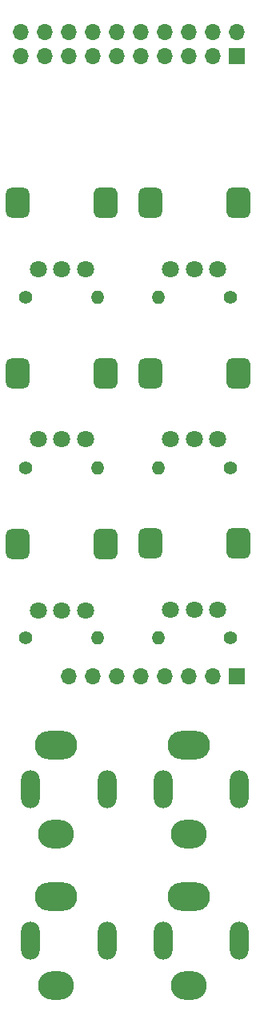
<source format=gbs>
%TF.GenerationSoftware,KiCad,Pcbnew,(6.0.1)*%
%TF.CreationDate,2022-10-19T17:02:20-04:00*%
%TF.ProjectId,ER-PROTO-CTLS-6-01,45522d50-524f-4544-9f2d-43544c532d36,1*%
%TF.SameCoordinates,Original*%
%TF.FileFunction,Soldermask,Bot*%
%TF.FilePolarity,Negative*%
%FSLAX46Y46*%
G04 Gerber Fmt 4.6, Leading zero omitted, Abs format (unit mm)*
G04 Created by KiCad (PCBNEW (6.0.1)) date 2022-10-19 17:02:20*
%MOMM*%
%LPD*%
G01*
G04 APERTURE LIST*
G04 Aperture macros list*
%AMRoundRect*
0 Rectangle with rounded corners*
0 $1 Rounding radius*
0 $2 $3 $4 $5 $6 $7 $8 $9 X,Y pos of 4 corners*
0 Add a 4 corners polygon primitive as box body*
4,1,4,$2,$3,$4,$5,$6,$7,$8,$9,$2,$3,0*
0 Add four circle primitives for the rounded corners*
1,1,$1+$1,$2,$3*
1,1,$1+$1,$4,$5*
1,1,$1+$1,$6,$7*
1,1,$1+$1,$8,$9*
0 Add four rect primitives between the rounded corners*
20,1,$1+$1,$2,$3,$4,$5,0*
20,1,$1+$1,$4,$5,$6,$7,0*
20,1,$1+$1,$6,$7,$8,$9,0*
20,1,$1+$1,$8,$9,$2,$3,0*%
G04 Aperture macros list end*
%ADD10RoundRect,0.625000X0.625000X-0.975000X0.625000X0.975000X-0.625000X0.975000X-0.625000X-0.975000X0*%
%ADD11RoundRect,0.578704X0.671296X-1.021296X0.671296X1.021296X-0.671296X1.021296X-0.671296X-1.021296X0*%
%ADD12C,1.800000*%
%ADD13C,1.400000*%
%ADD14O,1.400000X1.400000*%
%ADD15O,4.500000X3.000000*%
%ADD16O,3.800000X3.000000*%
%ADD17O,2.000000X4.000000*%
%ADD18R,1.700000X1.700000*%
%ADD19O,1.700000X1.700000*%
G04 APERTURE END LIST*
D10*
%TO.C,RV4*%
X114850000Y-47000000D03*
D11*
X124150000Y-47000000D03*
D12*
X122000000Y-54000000D03*
X119500000Y-54000000D03*
X117000000Y-54000000D03*
%TD*%
D13*
%TO.C,R4*%
X123310000Y-57000000D03*
D14*
X115690000Y-57000000D03*
%TD*%
D10*
%TO.C,RV2*%
X114850000Y-29000000D03*
D11*
X124150000Y-29000000D03*
D12*
X122000000Y-36000000D03*
X119500000Y-36000000D03*
X117000000Y-36000000D03*
%TD*%
D11*
%TO.C,RV5*%
X110150000Y-65050000D03*
D10*
X100850000Y-65050000D03*
D12*
X108000000Y-72050000D03*
X105500000Y-72050000D03*
X103000000Y-72050000D03*
%TD*%
D15*
%TO.C,J4*%
X118900000Y-102300000D03*
D16*
X118900000Y-111700000D03*
D17*
X124300000Y-107000000D03*
X116200000Y-107000000D03*
%TD*%
D11*
%TO.C,RV6*%
X124150000Y-65000000D03*
D10*
X114850000Y-65000000D03*
D12*
X122000000Y-72000000D03*
X119500000Y-72000000D03*
X117000000Y-72000000D03*
%TD*%
D13*
%TO.C,R6*%
X123310000Y-75000000D03*
D14*
X115690000Y-75000000D03*
%TD*%
D13*
%TO.C,R5*%
X101690000Y-75000000D03*
D14*
X109310000Y-75000000D03*
%TD*%
D15*
%TO.C,J1*%
X104900000Y-86300000D03*
D16*
X104900000Y-95700000D03*
D17*
X110300000Y-91000000D03*
X102200000Y-91000000D03*
%TD*%
D13*
%TO.C,R3*%
X101690000Y-57000000D03*
D14*
X109310000Y-57000000D03*
%TD*%
D15*
%TO.C,J3*%
X104900000Y-102300000D03*
D16*
X104900000Y-111700000D03*
D17*
X110300000Y-107000000D03*
X102200000Y-107000000D03*
%TD*%
D11*
%TO.C,RV1*%
X110150000Y-29000000D03*
D10*
X100850000Y-29000000D03*
D12*
X108000000Y-36000000D03*
X105500000Y-36000000D03*
X103000000Y-36000000D03*
%TD*%
D13*
%TO.C,R1*%
X101690000Y-39000000D03*
D14*
X109310000Y-39000000D03*
%TD*%
D11*
%TO.C,RV3*%
X110150000Y-47000000D03*
D10*
X100850000Y-47000000D03*
D12*
X108000000Y-54000000D03*
X105500000Y-54000000D03*
X103000000Y-54000000D03*
%TD*%
D13*
%TO.C,R2*%
X123310000Y-39000000D03*
D14*
X115690000Y-39000000D03*
%TD*%
D16*
%TO.C,J2*%
X118900000Y-95700000D03*
D15*
X118900000Y-86300000D03*
D17*
X124300000Y-91000000D03*
X116200000Y-91000000D03*
%TD*%
D18*
%TO.C,J5*%
X124000000Y-13500000D03*
D19*
X124000000Y-10960000D03*
X121460000Y-13500000D03*
X121460000Y-10960000D03*
X118920000Y-13500000D03*
X118920000Y-10960000D03*
X116380000Y-13500000D03*
X116380000Y-10960000D03*
X113840000Y-13500000D03*
X113840000Y-10960000D03*
X111300000Y-13500000D03*
X111300000Y-10960000D03*
X108760000Y-13500000D03*
X108760000Y-10960000D03*
X106220000Y-13500000D03*
X106220000Y-10960000D03*
X103680000Y-13500000D03*
X103680000Y-10960000D03*
X101140000Y-13500000D03*
X101140000Y-10960000D03*
%TD*%
D18*
%TO.C,J10*%
X124000000Y-79000000D03*
D19*
X121460000Y-79000000D03*
X118920000Y-79000000D03*
X116380000Y-79000000D03*
X113840000Y-79000000D03*
X111300000Y-79000000D03*
X108760000Y-79000000D03*
X106220000Y-79000000D03*
%TD*%
M02*

</source>
